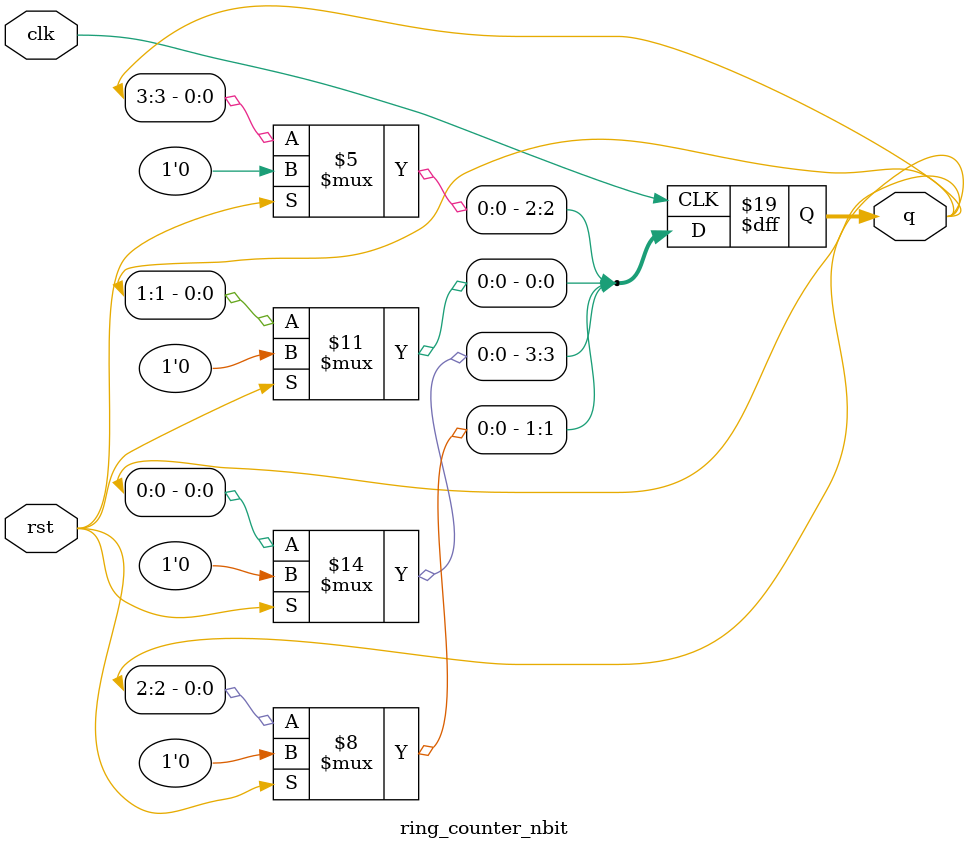
<source format=v>
`timescale 1ns / 1ps
 
 module ring_counter_nbit (clk,rst,q);
 input clk,rst;
 
 parameter n=4;
 
 output reg [n-1:0] q = 4'b1000;
 integer i;
 
 always @ ( posedge clk)
 
 begin
 
   if(rst)
	q<= 4'b0000;
	
	else 
	begin
	
	q[n-1]<=q[0];
	
	for (  i=0; i<(n-1);i=i+1)
	
	begin
	
	q[i]<=q[i+1];
	end
	
	end
 
 end

endmodule

</source>
